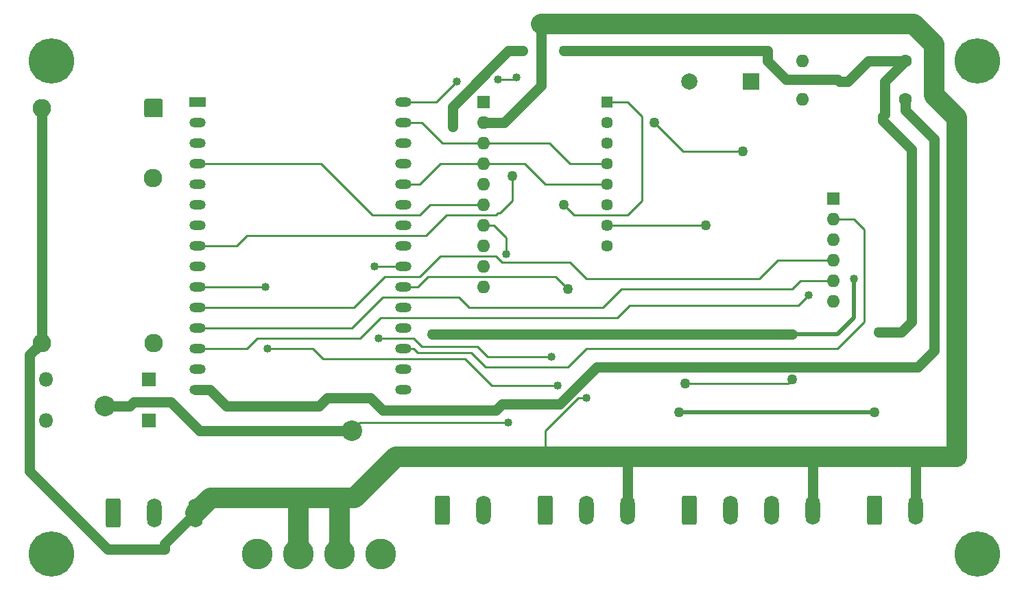
<source format=gbr>
%TF.GenerationSoftware,KiCad,Pcbnew,8.0.8+1*%
%TF.CreationDate,2025-02-28T13:11:42+11:00*%
%TF.ProjectId,mcomms,6d636f6d-6d73-42e6-9b69-6361645f7063,rev?*%
%TF.SameCoordinates,Original*%
%TF.FileFunction,Copper,L2,Bot*%
%TF.FilePolarity,Positive*%
%FSLAX46Y46*%
G04 Gerber Fmt 4.6, Leading zero omitted, Abs format (unit mm)*
G04 Created by KiCad (PCBNEW 8.0.8+1) date 2025-02-28 13:11:42*
%MOMM*%
%LPD*%
G01*
G04 APERTURE LIST*
G04 Aperture macros list*
%AMRoundRect*
0 Rectangle with rounded corners*
0 $1 Rounding radius*
0 $2 $3 $4 $5 $6 $7 $8 $9 X,Y pos of 4 corners*
0 Add a 4 corners polygon primitive as box body*
4,1,4,$2,$3,$4,$5,$6,$7,$8,$9,$2,$3,0*
0 Add four circle primitives for the rounded corners*
1,1,$1+$1,$2,$3*
1,1,$1+$1,$4,$5*
1,1,$1+$1,$6,$7*
1,1,$1+$1,$8,$9*
0 Add four rect primitives between the rounded corners*
20,1,$1+$1,$2,$3,$4,$5,0*
20,1,$1+$1,$4,$5,$6,$7,0*
20,1,$1+$1,$6,$7,$8,$9,0*
20,1,$1+$1,$8,$9,$2,$3,0*%
G04 Aperture macros list end*
%TA.AperFunction,ComponentPad*%
%ADD10C,2.600000*%
%TD*%
%TA.AperFunction,ConnectorPad*%
%ADD11C,3.800000*%
%TD*%
%TA.AperFunction,ComponentPad*%
%ADD12RoundRect,0.250000X-0.650000X-1.550000X0.650000X-1.550000X0.650000X1.550000X-0.650000X1.550000X0*%
%TD*%
%TA.AperFunction,ComponentPad*%
%ADD13O,1.800000X3.600000*%
%TD*%
%TA.AperFunction,ComponentPad*%
%ADD14C,1.600000*%
%TD*%
%TA.AperFunction,ComponentPad*%
%ADD15O,1.600000X1.600000*%
%TD*%
%TA.AperFunction,ComponentPad*%
%ADD16RoundRect,0.250000X0.893000X0.893000X-0.893000X0.893000X-0.893000X-0.893000X0.893000X-0.893000X0*%
%TD*%
%TA.AperFunction,ComponentPad*%
%ADD17C,2.286000*%
%TD*%
%TA.AperFunction,ComponentPad*%
%ADD18C,5.600000*%
%TD*%
%TA.AperFunction,ComponentPad*%
%ADD19R,1.450000X1.450000*%
%TD*%
%TA.AperFunction,ComponentPad*%
%ADD20C,1.450000*%
%TD*%
%TA.AperFunction,ComponentPad*%
%ADD21R,2.000000X2.000000*%
%TD*%
%TA.AperFunction,ComponentPad*%
%ADD22C,2.000000*%
%TD*%
%TA.AperFunction,ComponentPad*%
%ADD23R,1.600000X1.600000*%
%TD*%
%TA.AperFunction,ComponentPad*%
%ADD24R,1.800000X1.800000*%
%TD*%
%TA.AperFunction,ComponentPad*%
%ADD25O,1.800000X1.800000*%
%TD*%
%TA.AperFunction,ComponentPad*%
%ADD26R,2.000000X1.200000*%
%TD*%
%TA.AperFunction,ComponentPad*%
%ADD27O,2.000000X1.200000*%
%TD*%
%TA.AperFunction,ViaPad*%
%ADD28C,1.270000*%
%TD*%
%TA.AperFunction,ViaPad*%
%ADD29C,1.016000*%
%TD*%
%TA.AperFunction,ViaPad*%
%ADD30C,2.540000*%
%TD*%
%TA.AperFunction,Conductor*%
%ADD31C,0.254000*%
%TD*%
%TA.AperFunction,Conductor*%
%ADD32C,1.270000*%
%TD*%
%TA.AperFunction,Conductor*%
%ADD33C,2.540000*%
%TD*%
%TA.AperFunction,Conductor*%
%ADD34C,0.508000*%
%TD*%
G04 APERTURE END LIST*
D10*
%TO.P,H4,1,1*%
%TO.N,+12V*%
X104140000Y-81280000D03*
D11*
X104140000Y-81280000D03*
%TD*%
D10*
%TO.P,H3,1,1*%
%TO.N,GND*%
X99060000Y-81280000D03*
D11*
X99060000Y-81280000D03*
%TD*%
D12*
%TO.P,J3,1,Pin_1*%
%TO.N,/VMONEN*%
X165155000Y-75807500D03*
D13*
%TO.P,J3,2,Pin_2*%
%TO.N,GND*%
X170235000Y-75807500D03*
%TD*%
D14*
%TO.P,R2,1*%
%TO.N,+12V*%
X168910000Y-20320000D03*
D15*
%TO.P,R2,2*%
%TO.N,/BUZ+*%
X156210000Y-20320000D03*
%TD*%
D16*
%TO.P,U2,1,Vin_p*%
%TO.N,+12V*%
X76115000Y-26140000D03*
D17*
%TO.P,U2,2,Vin_gnd*%
%TO.N,GND*%
X62315000Y-26140000D03*
%TO.P,U2,3,VO_GND*%
X62315000Y-55140000D03*
%TO.P,U2,4,V5V_p*%
%TO.N,+5V*%
X76115000Y-55140000D03*
%TO.P,U2,5,EN*%
%TO.N,unconnected-(U2-EN-Pad5)*%
X76098400Y-34798000D03*
%TD*%
D12*
%TO.P,J1,1,Pin_1*%
%TO.N,Net-(D1-A)*%
X71120000Y-76200000D03*
D13*
%TO.P,J1,2,Pin_2*%
%TO.N,Net-(D2-A)*%
X76200000Y-76200000D03*
%TO.P,J1,3,Pin_3*%
%TO.N,GND*%
X81280000Y-76200000D03*
%TD*%
D18*
%TO.P,H5,1*%
%TO.N,N/C*%
X63500000Y-20320000D03*
%TD*%
D19*
%TO.P,U4,1,VCC*%
%TO.N,+3.3V*%
X132080000Y-25400000D03*
D20*
%TO.P,U4,2,GND*%
%TO.N,GND*%
X132080000Y-27940000D03*
%TO.P,U4,3,WP*%
%TO.N,/WP*%
X132080000Y-30480000D03*
%TO.P,U4,4,SCL*%
%TO.N,/SCL*%
X132080000Y-33020000D03*
%TO.P,U4,5,SDA*%
%TO.N,/SDA*%
X132080000Y-35560000D03*
%TO.P,U4,6,A2*%
%TO.N,/A2*%
X132080000Y-38100000D03*
%TO.P,U4,7,A1*%
%TO.N,/A1*%
X132080000Y-40640000D03*
%TO.P,U4,8,A0*%
%TO.N,/A0*%
X132080000Y-43180000D03*
%TD*%
D21*
%TO.P,BZ1,1,+*%
%TO.N,/BUZ+*%
X149860000Y-22860000D03*
D22*
%TO.P,BZ1,2,-*%
%TO.N,/BUZ-*%
X142260000Y-22860000D03*
%TD*%
D23*
%TO.P,U3,1,VDD*%
%TO.N,+3.3V*%
X116840000Y-25400000D03*
D15*
%TO.P,U3,2,GND*%
%TO.N,GND*%
X116840000Y-27940000D03*
%TO.P,U3,3,SCL*%
%TO.N,/SCL*%
X116840000Y-30480000D03*
%TO.P,U3,4,SDA*%
%TO.N,/SDA*%
X116840000Y-33020000D03*
%TO.P,U3,5,ADDR*%
%TO.N,Net-(U3-ADDR)*%
X116840000Y-35560000D03*
%TO.P,U3,6,ALRT*%
%TO.N,/ADC_ALRT*%
X116840000Y-38100000D03*
%TO.P,U3,7,AN0*%
%TO.N,/SH+R*%
X116840000Y-40640000D03*
%TO.P,U3,8,AN1*%
%TO.N,/SH-R*%
X116840000Y-43180000D03*
%TO.P,U3,9,AN2*%
%TO.N,unconnected-(U3-AN2-Pad9)*%
X116840000Y-45720000D03*
%TO.P,U3,10,AN3*%
%TO.N,unconnected-(U3-AN3-Pad10)*%
X116840000Y-48260000D03*
%TD*%
D10*
%TO.P,H1,1,1*%
%TO.N,Net-(F1-Pad1)*%
X88900000Y-81280000D03*
D11*
X88900000Y-81280000D03*
%TD*%
D23*
%TO.P,U5,1,3V3*%
%TO.N,+3.3V*%
X160020000Y-37338000D03*
D15*
%TO.P,U5,2,CS*%
%TO.N,Net-(U1-D15)*%
X160020000Y-39878000D03*
%TO.P,U5,3,MOSI*%
%TO.N,Net-(U1-D13)*%
X160020000Y-42418000D03*
%TO.P,U5,4,CLK*%
%TO.N,Net-(U1-D14)*%
X160020000Y-44958000D03*
%TO.P,U5,5,MISO*%
%TO.N,Net-(U1-D12)*%
X160020000Y-47498000D03*
%TO.P,U5,6,GND*%
%TO.N,GND*%
X160020000Y-50038000D03*
%TD*%
D18*
%TO.P,H7,1*%
%TO.N,N/C*%
X177800000Y-20320000D03*
%TD*%
D12*
%TO.P,J4,1,Pin_1*%
%TO.N,/SHUNT+*%
X111815000Y-75807500D03*
D13*
%TO.P,J4,2,Pin_2*%
%TO.N,/SHUNT-*%
X116895000Y-75807500D03*
%TD*%
D24*
%TO.P,D2,1,K*%
%TO.N,Net-(D1-K)*%
X75565000Y-59690000D03*
D25*
%TO.P,D2,2,A*%
%TO.N,Net-(D2-A)*%
X62865000Y-59690000D03*
%TD*%
D14*
%TO.P,R1,1*%
%TO.N,+5V*%
X168910000Y-25070000D03*
D15*
%TO.P,R1,2*%
%TO.N,/BUZ+*%
X156210000Y-25070000D03*
%TD*%
D26*
%TO.P,U1,1,EN*%
%TO.N,unconnected-(U1-EN-Pad1)*%
X81534000Y-25400000D03*
D27*
%TO.P,U1,2,VP*%
%TO.N,unconnected-(U1-VP-Pad2)*%
X81534000Y-27940000D03*
%TO.P,U1,3,VN*%
%TO.N,unconnected-(U1-VN-Pad3)*%
X81534000Y-30480000D03*
%TO.P,U1,4,D34*%
%TO.N,/ADC_ALRT*%
X81534000Y-33020000D03*
%TO.P,U1,5,D35*%
%TO.N,unconnected-(U1-D35-Pad5)*%
X81534000Y-35560000D03*
%TO.P,U1,6,D32*%
%TO.N,unconnected-(U1-D32-Pad6)*%
X81534000Y-38100000D03*
%TO.P,U1,7,D33*%
%TO.N,unconnected-(U1-D33-Pad7)*%
X81534000Y-40640000D03*
%TO.P,U1,8,D25*%
%TO.N,/WP*%
X81534000Y-43180000D03*
%TO.P,U1,9,D26*%
%TO.N,unconnected-(U1-D26-Pad9)*%
X81534000Y-45720000D03*
%TO.P,U1,10,D27*%
%TO.N,/SOC_PPS*%
X81534000Y-48260000D03*
%TO.P,U1,11,D14*%
%TO.N,Net-(U1-D14)*%
X81534000Y-50800000D03*
%TO.P,U1,12,D12*%
%TO.N,Net-(U1-D12)*%
X81534000Y-53340000D03*
%TO.P,U1,13,D13*%
%TO.N,Net-(U1-D13)*%
X81534000Y-55880000D03*
%TO.P,U1,14,GND*%
%TO.N,GND*%
X81534000Y-58420000D03*
%TO.P,U1,15,VIN*%
%TO.N,+5V*%
X81534000Y-60960000D03*
%TO.P,U1,16,3V3*%
%TO.N,+3.3V*%
X106934000Y-60960000D03*
%TO.P,U1,17,GND*%
%TO.N,GND*%
X106934000Y-58420000D03*
%TO.P,U1,18,D15*%
%TO.N,Net-(U1-D15)*%
X106934000Y-55880000D03*
%TO.P,U1,19,D2*%
%TO.N,unconnected-(U1-D2-Pad19)*%
X106934000Y-53340000D03*
%TO.P,U1,20,D4*%
%TO.N,unconnected-(U1-D4-Pad20)*%
X106934000Y-50800000D03*
%TO.P,U1,21,D16*%
%TO.N,/RXD2*%
X106934000Y-48260000D03*
%TO.P,U1,22,D17*%
%TO.N,/TXD2*%
X106934000Y-45720000D03*
%TO.P,U1,23,D5*%
%TO.N,unconnected-(U1-D5-Pad23)*%
X106934000Y-43180000D03*
%TO.P,U1,24,D18*%
%TO.N,unconnected-(U1-D18-Pad24)*%
X106934000Y-40640000D03*
%TO.P,U1,25,D19*%
%TO.N,unconnected-(U1-D19-Pad25)*%
X106934000Y-38100000D03*
%TO.P,U1,26,D21*%
%TO.N,/SDA*%
X106934000Y-35560000D03*
%TO.P,U1,27,RXD0*%
%TO.N,unconnected-(U1-RXD0-Pad27)*%
X106934000Y-33020000D03*
%TO.P,U1,28,TXD0*%
%TO.N,unconnected-(U1-TXD0-Pad28)*%
X106934000Y-30480000D03*
%TO.P,U1,29,D22*%
%TO.N,/SCL*%
X106934000Y-27940000D03*
%TO.P,U1,30,D23*%
%TO.N,/BUZ*%
X106934000Y-25400000D03*
%TD*%
D12*
%TO.P,J5,1,Pin_1*%
%TO.N,Net-(J5-Pin_1)*%
X124515000Y-75807500D03*
D13*
%TO.P,J5,2,Pin_2*%
%TO.N,/SOC_PPSG*%
X129595000Y-75807500D03*
%TO.P,J5,3,Pin_3*%
%TO.N,GND*%
X134675000Y-75807500D03*
%TD*%
D10*
%TO.P,H2,1,1*%
%TO.N,GND*%
X93980000Y-81280000D03*
D11*
X93980000Y-81280000D03*
%TD*%
D18*
%TO.P,H6,1*%
%TO.N,N/C*%
X63500000Y-81280000D03*
%TD*%
D12*
%TO.P,J2,1,Pin_1*%
%TO.N,/MOSI+*%
X142295000Y-75807500D03*
D13*
%TO.P,J2,2,Pin_2*%
%TO.N,/MOSI-*%
X147375000Y-75807500D03*
%TO.P,J2,3,Pin_3*%
%TO.N,/MISO+*%
X152455000Y-75807500D03*
%TO.P,J2,4,Pin_4*%
%TO.N,GND*%
X157535000Y-75807500D03*
%TD*%
D18*
%TO.P,H8,1*%
%TO.N,N/C*%
X177800000Y-81280000D03*
%TD*%
D24*
%TO.P,D1,1,K*%
%TO.N,Net-(D1-K)*%
X75565000Y-64770000D03*
D25*
%TO.P,D1,2,A*%
%TO.N,Net-(D1-A)*%
X62865000Y-64770000D03*
%TD*%
D28*
%TO.N,/WP*%
X120396000Y-34544000D03*
D29*
%TO.N,GND*%
X138938000Y-69088000D03*
X148590000Y-69088000D03*
D28*
X148844000Y-31496000D03*
X137922000Y-27940000D03*
D29*
X129540000Y-61976000D03*
X175260000Y-50038000D03*
D28*
%TO.N,+3.3V*%
X110490000Y-54102000D03*
X126746000Y-38100000D03*
X154940000Y-54102000D03*
D29*
X162560000Y-47244000D03*
D28*
X154940000Y-59690000D03*
X141732000Y-60198000D03*
D29*
%TO.N,/BUZ*%
X113538000Y-22860000D03*
X118618000Y-22606000D03*
X120904000Y-22352000D03*
D28*
%TO.N,/RXD2*%
X127254000Y-48514000D03*
D29*
%TO.N,/SOC_PPS*%
X90170000Y-55880000D03*
X89916000Y-48260000D03*
X125984000Y-60452000D03*
%TO.N,Net-(U1-D13)*%
X156972000Y-49276000D03*
%TO.N,/TXD2*%
X103886000Y-54610000D03*
X125222000Y-56896000D03*
X103378000Y-45720000D03*
%TO.N,+12V*%
X119888000Y-65024000D03*
D28*
X140970000Y-63754000D03*
X165608000Y-53848000D03*
D30*
X100584000Y-66040000D03*
D28*
X126746000Y-19050000D03*
X165100000Y-63754000D03*
D30*
X70104000Y-62992000D03*
D28*
X121666000Y-19050000D03*
X113030000Y-28448000D03*
D29*
%TO.N,/SH+R*%
X119634000Y-44196000D03*
D28*
%TO.N,/A1*%
X144272000Y-40640000D03*
%TD*%
D31*
%TO.N,/WP*%
X118364000Y-39370000D02*
X112268000Y-39370000D01*
X86360000Y-43180000D02*
X81280000Y-43180000D01*
X109728000Y-41910000D02*
X87630000Y-41910000D01*
X118872000Y-39116000D02*
X118618000Y-39116000D01*
X87630000Y-41910000D02*
X86360000Y-43180000D01*
X120396000Y-37592000D02*
X118872000Y-39116000D01*
X112268000Y-39370000D02*
X109728000Y-41910000D01*
X118618000Y-39116000D02*
X118364000Y-39370000D01*
X120396000Y-34544000D02*
X120396000Y-37592000D01*
D32*
%TO.N,GND*%
X170235000Y-75807500D02*
X170235000Y-69270000D01*
X60825000Y-70985000D02*
X60825000Y-56630000D01*
X123952000Y-23368000D02*
X119380000Y-27940000D01*
X62315000Y-55140000D02*
X62315000Y-26140000D01*
D33*
X86360000Y-74295000D02*
X93980000Y-74295000D01*
X175260000Y-27305000D02*
X172466000Y-24511000D01*
X169672000Y-15740000D02*
X123952000Y-15740000D01*
D32*
X157535000Y-75807500D02*
X157535000Y-69270000D01*
X70485000Y-80645000D02*
X60825000Y-70985000D01*
X60825000Y-56630000D02*
X62315000Y-55140000D01*
D33*
X93980000Y-74295000D02*
X99060000Y-74295000D01*
X134620000Y-69215000D02*
X157480000Y-69215000D01*
D32*
X81280000Y-76200000D02*
X77470000Y-80010000D01*
X77470000Y-80010000D02*
X77470000Y-80645000D01*
D31*
X124460000Y-66040000D02*
X124460000Y-69215000D01*
D33*
X172466000Y-19304000D02*
X172466000Y-18288000D01*
X172466000Y-24511000D02*
X172466000Y-19304000D01*
X175260000Y-69215000D02*
X175260000Y-27305000D01*
D31*
X141478000Y-31496000D02*
X137922000Y-27940000D01*
X148844000Y-31496000D02*
X141478000Y-31496000D01*
D33*
X169918000Y-15740000D02*
X169672000Y-15740000D01*
X157480000Y-69215000D02*
X170180000Y-69215000D01*
X93980000Y-81280000D02*
X93980000Y-74295000D01*
X81280000Y-76200000D02*
X83185000Y-74295000D01*
D32*
X77470000Y-80645000D02*
X70485000Y-80645000D01*
X134675000Y-69270000D02*
X134620000Y-69215000D01*
D33*
X99060000Y-81280000D02*
X99060000Y-74295000D01*
X99060000Y-74295000D02*
X100965000Y-74295000D01*
X170180000Y-69215000D02*
X175260000Y-69215000D01*
D32*
X123952000Y-15740000D02*
X123952000Y-23368000D01*
D31*
X128524000Y-61976000D02*
X124460000Y-66040000D01*
D32*
X134675000Y-75807500D02*
X134675000Y-69270000D01*
D33*
X100965000Y-74295000D02*
X106045000Y-69215000D01*
X124460000Y-69215000D02*
X134620000Y-69215000D01*
X106045000Y-69215000D02*
X124460000Y-69215000D01*
D32*
X119380000Y-27940000D02*
X116840000Y-27940000D01*
D33*
X172466000Y-18288000D02*
X169918000Y-15740000D01*
D32*
X157535000Y-69270000D02*
X157480000Y-69215000D01*
D33*
X83185000Y-74295000D02*
X86360000Y-74295000D01*
D31*
X129540000Y-61976000D02*
X128524000Y-61976000D01*
%TO.N,/ADC_ALRT*%
X110236000Y-38100000D02*
X116840000Y-38100000D01*
X81280000Y-33020000D02*
X96774000Y-33020000D01*
X108966000Y-39370000D02*
X110236000Y-38100000D01*
X96774000Y-33020000D02*
X103124000Y-39370000D01*
X103124000Y-39370000D02*
X108966000Y-39370000D01*
%TO.N,/SDA*%
X121920000Y-33020000D02*
X116840000Y-33020000D01*
X106680000Y-35560000D02*
X108966000Y-35560000D01*
X124460000Y-35560000D02*
X121920000Y-33020000D01*
X111506000Y-33020000D02*
X116840000Y-33020000D01*
X108966000Y-35560000D02*
X111506000Y-33020000D01*
X132080000Y-35560000D02*
X124460000Y-35560000D01*
%TO.N,+3.3V*%
X136398000Y-27178000D02*
X134620000Y-25400000D01*
D34*
X162560000Y-52070000D02*
X162560000Y-47244000D01*
X154940000Y-54102000D02*
X160528000Y-54102000D01*
D31*
X128016000Y-39370000D02*
X134620000Y-39370000D01*
X154432000Y-60198000D02*
X154940000Y-59690000D01*
X126746000Y-38100000D02*
X128016000Y-39370000D01*
X141732000Y-60198000D02*
X154432000Y-60198000D01*
X134620000Y-25400000D02*
X132080000Y-25400000D01*
X136398000Y-37592000D02*
X136398000Y-27178000D01*
D34*
X160528000Y-54102000D02*
X162560000Y-52070000D01*
D32*
X110490000Y-54102000D02*
X154940000Y-54102000D01*
D31*
X134620000Y-39370000D02*
X136398000Y-37592000D01*
%TO.N,Net-(U1-D15)*%
X162560000Y-39878000D02*
X160020000Y-39878000D01*
X117094000Y-58166000D02*
X127254000Y-58166000D01*
X108204000Y-55880000D02*
X108712000Y-56388000D01*
X163830000Y-52578000D02*
X163830000Y-41148000D01*
X127254000Y-58166000D02*
X129540000Y-55880000D01*
X108712000Y-56388000D02*
X115316000Y-56388000D01*
X129540000Y-55880000D02*
X160528000Y-55880000D01*
X115316000Y-56388000D02*
X117094000Y-58166000D01*
X163830000Y-41148000D02*
X162560000Y-39878000D01*
X160528000Y-55880000D02*
X163830000Y-52578000D01*
X106934000Y-55880000D02*
X108204000Y-55880000D01*
%TO.N,Net-(U1-D12)*%
X133858000Y-48514000D02*
X154940000Y-48514000D01*
X100584000Y-53340000D02*
X104394000Y-49530000D01*
X115062000Y-50800000D02*
X131572000Y-50800000D01*
X154940000Y-48514000D02*
X155956000Y-47498000D01*
X113792000Y-49530000D02*
X115062000Y-50800000D01*
X131572000Y-50800000D02*
X133858000Y-48514000D01*
X104394000Y-49530000D02*
X113792000Y-49530000D01*
X155956000Y-47498000D02*
X160020000Y-47498000D01*
X81534000Y-53340000D02*
X100584000Y-53340000D01*
%TO.N,/SCL*%
X109220000Y-27940000D02*
X106680000Y-27940000D01*
X116840000Y-30480000D02*
X124968000Y-30480000D01*
X124968000Y-30480000D02*
X127508000Y-33020000D01*
X111760000Y-30480000D02*
X109220000Y-27940000D01*
X127508000Y-33020000D02*
X132080000Y-33020000D01*
X116840000Y-30480000D02*
X111760000Y-30480000D01*
%TO.N,/BUZ*%
X106680000Y-25400000D02*
X110998000Y-25400000D01*
X120650000Y-22606000D02*
X120904000Y-22352000D01*
X118618000Y-22606000D02*
X120650000Y-22606000D01*
X110998000Y-25400000D02*
X113538000Y-22860000D01*
D32*
%TO.N,+5V*%
X172466000Y-29972000D02*
X168910000Y-26416000D01*
X102870000Y-61976000D02*
X104394000Y-63500000D01*
X96520000Y-62992000D02*
X97536000Y-61976000D01*
X104394000Y-63500000D02*
X118364000Y-63500000D01*
X85090000Y-62992000D02*
X96520000Y-62992000D01*
X119126000Y-62738000D02*
X126238000Y-62738000D01*
X126238000Y-62738000D02*
X130810000Y-58166000D01*
X172466000Y-56134000D02*
X172466000Y-29972000D01*
X97536000Y-61976000D02*
X102870000Y-61976000D01*
X130810000Y-58166000D02*
X170434000Y-58166000D01*
X81280000Y-60960000D02*
X83058000Y-60960000D01*
X83058000Y-60960000D02*
X85090000Y-62992000D01*
X118364000Y-63500000D02*
X119126000Y-62738000D01*
X168910000Y-26416000D02*
X168910000Y-25070000D01*
X170434000Y-58166000D02*
X172466000Y-56134000D01*
D31*
%TO.N,/RXD2*%
X125730000Y-46990000D02*
X127254000Y-48514000D01*
X106680000Y-48260000D02*
X108712000Y-48260000D01*
X108712000Y-48260000D02*
X109982000Y-46990000D01*
X109982000Y-46990000D02*
X125730000Y-46990000D01*
%TO.N,/SOC_PPS*%
X88138000Y-48260000D02*
X89408000Y-48260000D01*
X97028000Y-57150000D02*
X114554000Y-57150000D01*
X89408000Y-48260000D02*
X89916000Y-48260000D01*
X90170000Y-55880000D02*
X95758000Y-55880000D01*
X95758000Y-55880000D02*
X97028000Y-57150000D01*
X114554000Y-57150000D02*
X117856000Y-60452000D01*
X117856000Y-60452000D02*
X125984000Y-60452000D01*
X81280000Y-48260000D02*
X88138000Y-48260000D01*
%TO.N,Net-(U1-D13)*%
X134874000Y-50546000D02*
X155702000Y-50546000D01*
X101600000Y-54610000D02*
X101854000Y-54356000D01*
X133350000Y-52070000D02*
X134874000Y-50546000D01*
X156718000Y-49530000D02*
X156972000Y-49276000D01*
X101854000Y-54356000D02*
X104140000Y-52070000D01*
X104140000Y-52070000D02*
X105664000Y-52070000D01*
X87630000Y-55880000D02*
X88900000Y-54610000D01*
X112014000Y-52070000D02*
X133350000Y-52070000D01*
X88900000Y-54610000D02*
X101600000Y-54610000D01*
X105664000Y-52070000D02*
X112014000Y-52070000D01*
X81534000Y-55880000D02*
X87630000Y-55880000D01*
X155702000Y-50546000D02*
X156718000Y-49530000D01*
%TO.N,Net-(U1-D14)*%
X108966000Y-46990000D02*
X111506000Y-44450000D01*
X100838000Y-50800000D02*
X104648000Y-46990000D01*
X119126000Y-45212000D02*
X127508000Y-45212000D01*
X127508000Y-45212000D02*
X129540000Y-47244000D01*
X111506000Y-44450000D02*
X118364000Y-44450000D01*
X129540000Y-47244000D02*
X150876000Y-47244000D01*
X118364000Y-44450000D02*
X119126000Y-45212000D01*
X104648000Y-46990000D02*
X108966000Y-46990000D01*
X81534000Y-50800000D02*
X100838000Y-50800000D01*
X153162000Y-44958000D02*
X160020000Y-44958000D01*
X150876000Y-47244000D02*
X153162000Y-44958000D01*
%TO.N,/TXD2*%
X108204000Y-54610000D02*
X103886000Y-54610000D01*
X106934000Y-45720000D02*
X103886000Y-45720000D01*
X117348000Y-56896000D02*
X116078000Y-55626000D01*
X109220000Y-55626000D02*
X108204000Y-54610000D01*
X106172000Y-45720000D02*
X106680000Y-45720000D01*
X103886000Y-45720000D02*
X103378000Y-45720000D01*
X107442000Y-45720000D02*
X106680000Y-45720000D01*
X125222000Y-56896000D02*
X117348000Y-56896000D01*
X116078000Y-55626000D02*
X109220000Y-55626000D01*
D32*
%TO.N,+12V*%
X79756000Y-64008000D02*
X81788000Y-66040000D01*
X73152000Y-62992000D02*
X73660000Y-62484000D01*
X154178000Y-22606000D02*
X151892000Y-20320000D01*
X73660000Y-62484000D02*
X78232000Y-62484000D01*
X160782000Y-22860000D02*
X160528000Y-22606000D01*
X168910000Y-20320000D02*
X164338000Y-20320000D01*
D34*
X165100000Y-63754000D02*
X140970000Y-63754000D01*
D32*
X99060000Y-66040000D02*
X100584000Y-66040000D01*
X121666000Y-19050000D02*
X119920000Y-19050000D01*
X78232000Y-62484000D02*
X79756000Y-64008000D01*
X160528000Y-22606000D02*
X154178000Y-22606000D01*
X81788000Y-66040000D02*
X99060000Y-66040000D01*
X166370000Y-26924000D02*
X166116000Y-27178000D01*
X168402000Y-53848000D02*
X165608000Y-53848000D01*
X161798000Y-22860000D02*
X160782000Y-22860000D01*
X119920000Y-19050000D02*
X113030000Y-25940000D01*
D31*
X119888000Y-65024000D02*
X101600000Y-65024000D01*
X101600000Y-65024000D02*
X100584000Y-66040000D01*
D32*
X113030000Y-25940000D02*
X113030000Y-28448000D01*
X168910000Y-20320000D02*
X166370000Y-22860000D01*
X70104000Y-62992000D02*
X73152000Y-62992000D01*
X166370000Y-23368000D02*
X166370000Y-26924000D01*
X151892000Y-19050000D02*
X126746000Y-19050000D01*
X164338000Y-20320000D02*
X161798000Y-22860000D01*
X151892000Y-20320000D02*
X151892000Y-19050000D01*
X169672000Y-52578000D02*
X168402000Y-53848000D01*
X166116000Y-27178000D02*
X166116000Y-27686000D01*
X166370000Y-22860000D02*
X166370000Y-23368000D01*
X169672000Y-31242000D02*
X169672000Y-52578000D01*
X166116000Y-27686000D02*
X169672000Y-31242000D01*
D31*
%TO.N,/SH+R*%
X118110000Y-40640000D02*
X119634000Y-42164000D01*
X119634000Y-42164000D02*
X119634000Y-44196000D01*
X116840000Y-40640000D02*
X118110000Y-40640000D01*
%TO.N,/A1*%
X132080000Y-40640000D02*
X144272000Y-40640000D01*
%TD*%
M02*

</source>
